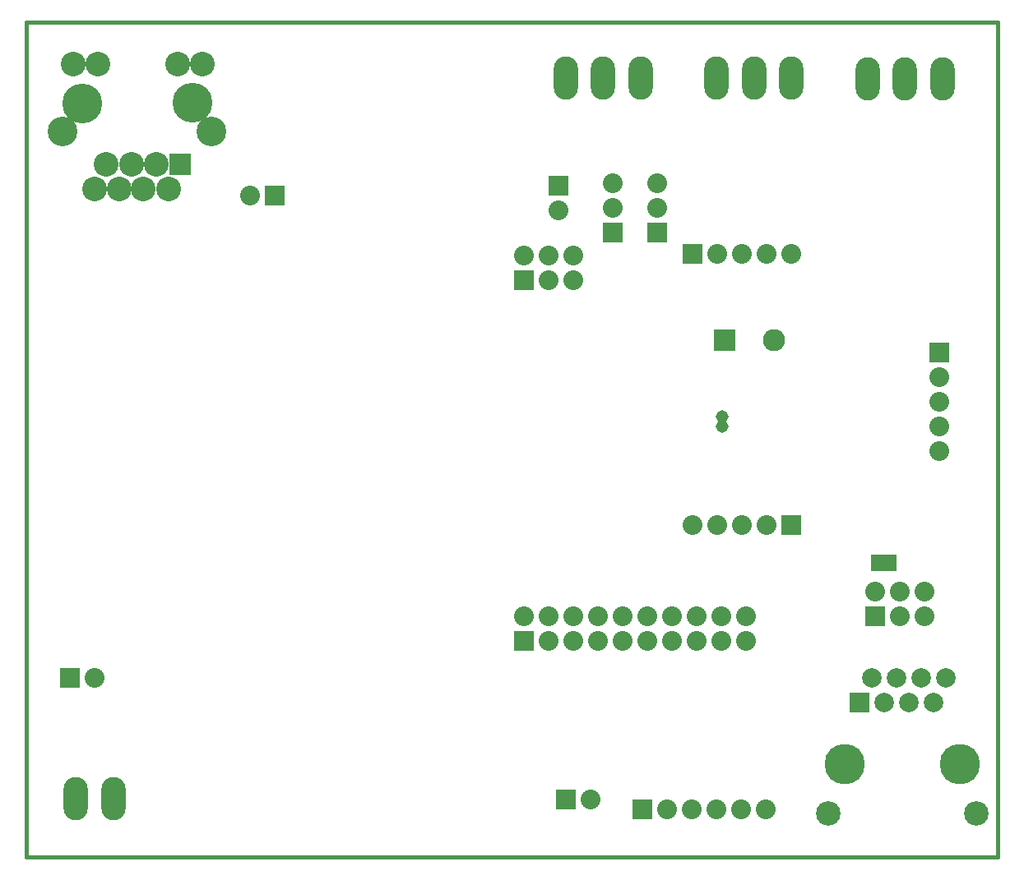
<source format=gbs>
G04 (created by PCBNEW (2013-jul-07)-stable) date ven. 28 nov. 2014 17:47:18 CET*
%MOIN*%
G04 Gerber Fmt 3.4, Leading zero omitted, Abs format*
%FSLAX34Y34*%
G01*
G70*
G90*
G04 APERTURE LIST*
%ADD10C,0.00590551*%
%ADD11C,0.015*%
%ADD12R,0.08X0.08*%
%ADD13C,0.08*%
%ADD14R,0.058X0.07*%
%ADD15O,0.098X0.176*%
%ADD16C,0.1617*%
%ADD17R,0.09X0.09*%
%ADD18C,0.1*%
%ADD19C,0.12*%
%ADD20C,0.1637*%
%ADD21R,0.0791X0.0791*%
%ADD22C,0.0791*%
%ADD23C,0.0987402*%
%ADD24C,0.09*%
%ADD25C,0.0514961*%
G04 APERTURE END LIST*
G54D10*
G54D11*
X52362Y-44488D02*
X12992Y-44488D01*
X52362Y-10629D02*
X52362Y-44488D01*
X52362Y-10629D02*
X12992Y-10629D01*
X12992Y-44488D02*
X12992Y-10629D01*
G54D12*
X44000Y-31000D03*
G54D13*
X43000Y-31000D03*
X42000Y-31000D03*
X41000Y-31000D03*
X40000Y-31000D03*
G54D12*
X50000Y-24000D03*
G54D13*
X50000Y-25000D03*
X50000Y-26000D03*
X50000Y-27000D03*
X50000Y-28000D03*
G54D12*
X34850Y-42150D03*
G54D13*
X35850Y-42150D03*
G54D12*
X37975Y-42550D03*
G54D13*
X38975Y-42550D03*
X39975Y-42550D03*
X40975Y-42550D03*
X41975Y-42550D03*
X42975Y-42550D03*
G54D12*
X47400Y-34700D03*
G54D13*
X47400Y-33700D03*
X48400Y-34700D03*
X48400Y-33700D03*
X49400Y-34700D03*
X49400Y-33700D03*
G54D14*
X48010Y-32560D03*
X47510Y-32560D03*
G54D12*
X33150Y-21070D03*
G54D13*
X33150Y-20070D03*
X34150Y-21070D03*
X34150Y-20070D03*
X35150Y-21070D03*
X35150Y-20070D03*
G54D12*
X14755Y-37204D03*
G54D13*
X15755Y-37204D03*
G54D15*
X14998Y-42125D03*
X16513Y-42125D03*
G54D16*
X15256Y-13898D03*
X19744Y-13879D03*
G54D17*
X19232Y-16379D03*
G54D18*
X18760Y-17383D03*
X18248Y-16379D03*
X17736Y-17383D03*
X17264Y-16379D03*
X16752Y-17383D03*
X16240Y-16379D03*
X15768Y-17383D03*
X20118Y-12304D03*
X19114Y-12304D03*
X15886Y-12304D03*
X14882Y-12304D03*
G54D19*
X20512Y-15060D03*
X14449Y-15060D03*
G54D15*
X37893Y-12893D03*
X36377Y-12893D03*
X34862Y-12893D03*
G54D12*
X34550Y-17250D03*
G54D13*
X34550Y-18250D03*
G54D15*
X50118Y-12913D03*
X48602Y-12913D03*
X47086Y-12913D03*
G54D12*
X33150Y-35700D03*
G54D13*
X33150Y-34700D03*
X34150Y-35700D03*
X34150Y-34700D03*
X35150Y-35700D03*
X35150Y-34700D03*
X36150Y-35700D03*
X36150Y-34700D03*
X37150Y-35700D03*
X37150Y-34700D03*
X38150Y-35700D03*
X38150Y-34700D03*
X39150Y-35700D03*
X39150Y-34700D03*
X40150Y-35700D03*
X40150Y-34700D03*
X41150Y-35700D03*
X41150Y-34700D03*
X42150Y-35700D03*
X42150Y-34700D03*
G54D12*
X40000Y-20000D03*
G54D13*
X41000Y-20000D03*
X42000Y-20000D03*
X43000Y-20000D03*
X44000Y-20000D03*
G54D15*
X43996Y-12893D03*
X42480Y-12893D03*
X40964Y-12893D03*
G54D20*
X50838Y-40700D03*
X46165Y-40700D03*
G54D21*
X46750Y-38200D03*
G54D22*
X47250Y-37200D03*
X47750Y-38200D03*
X48250Y-37200D03*
X48750Y-38200D03*
X49250Y-37200D03*
X49750Y-38200D03*
X50250Y-37200D03*
G54D23*
X45500Y-42700D03*
X51500Y-42700D03*
G54D12*
X38550Y-19150D03*
G54D13*
X38550Y-18150D03*
X38550Y-17150D03*
G54D12*
X36750Y-19150D03*
G54D13*
X36750Y-18150D03*
X36750Y-17150D03*
G54D17*
X41300Y-23500D03*
G54D24*
X43300Y-23500D03*
G54D25*
X41200Y-27000D03*
X41200Y-26600D03*
G54D12*
X23050Y-17650D03*
G54D13*
X22050Y-17650D03*
M02*

</source>
